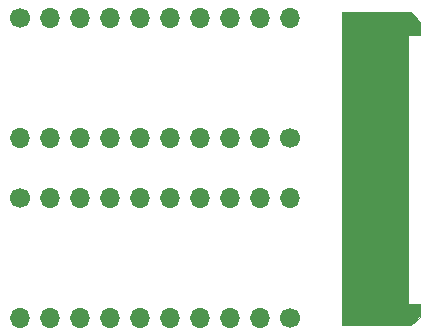
<source format=gbs>
G04 #@! TF.GenerationSoftware,KiCad,Pcbnew,5.1.10-88a1d61d58~88~ubuntu20.10.1*
G04 #@! TF.CreationDate,2021-05-13T20:14:57+02:00*
G04 #@! TF.ProjectId,Breakout-Cartridge,42726561-6b6f-4757-942d-436172747269,1.0*
G04 #@! TF.SameCoordinates,Original*
G04 #@! TF.FileFunction,Soldermask,Bot*
G04 #@! TF.FilePolarity,Negative*
%FSLAX46Y46*%
G04 Gerber Fmt 4.6, Leading zero omitted, Abs format (unit mm)*
G04 Created by KiCad (PCBNEW 5.1.10-88a1d61d58~88~ubuntu20.10.1) date 2021-05-13 20:14:57*
%MOMM*%
%LPD*%
G01*
G04 APERTURE LIST*
%ADD10C,0.050000*%
%ADD11O,1.700000X1.700000*%
%ADD12C,1.700000*%
%ADD13R,5.600000X0.800000*%
%ADD14R,6.600000X0.800000*%
G04 APERTURE END LIST*
D10*
G36*
X117444000Y-80388000D02*
G01*
X123244000Y-80388000D01*
X124044000Y-79688000D01*
X124044000Y-78588000D01*
X123044000Y-78588000D01*
X123044000Y-55788000D01*
X124044000Y-55788000D01*
X124044000Y-54688000D01*
X123244000Y-53888000D01*
X117444000Y-53888000D01*
X117444000Y-80388000D01*
G37*
X117444000Y-80388000D02*
X123244000Y-80388000D01*
X124044000Y-79688000D01*
X124044000Y-78588000D01*
X123044000Y-78588000D01*
X123044000Y-55788000D01*
X124044000Y-55788000D01*
X124044000Y-54688000D01*
X123244000Y-53888000D01*
X117444000Y-53888000D01*
X117444000Y-80388000D01*
D11*
X113040000Y-54380000D03*
X110500000Y-54380000D03*
X107960000Y-54380000D03*
X105420000Y-54380000D03*
X102880000Y-54380000D03*
X100340000Y-54380000D03*
X97800000Y-54380000D03*
X95260000Y-54380000D03*
X92720000Y-54380000D03*
D12*
X90180000Y-54380000D03*
D11*
X90180000Y-79780000D03*
X92720000Y-79780000D03*
X95260000Y-79780000D03*
X97800000Y-79780000D03*
X100340000Y-79780000D03*
X102880000Y-79780000D03*
X105420000Y-79780000D03*
X107960000Y-79780000D03*
X110500000Y-79780000D03*
D12*
X113040000Y-79780000D03*
D13*
X120244000Y-58908000D03*
X120244000Y-60178000D03*
X120244000Y-61458000D03*
X120244000Y-62728000D03*
X120244000Y-64008000D03*
X120244000Y-65278000D03*
X120244000Y-66548000D03*
X120244000Y-67828000D03*
X120244000Y-69098000D03*
X120244000Y-70368000D03*
X120244000Y-71648000D03*
X120244000Y-72918000D03*
X120244000Y-74198000D03*
X120244000Y-75468000D03*
X120244000Y-76738000D03*
X120244000Y-78008000D03*
D14*
X120744000Y-79288000D03*
X120744000Y-55088000D03*
D13*
X120244000Y-57638000D03*
X120244000Y-56358000D03*
D12*
X90180000Y-69620000D03*
D11*
X92720000Y-69620000D03*
X95260000Y-69620000D03*
X97800000Y-69620000D03*
X100340000Y-69620000D03*
X102880000Y-69620000D03*
X105420000Y-69620000D03*
X107960000Y-69620000D03*
X110500000Y-69620000D03*
X113040000Y-69620000D03*
X90180000Y-64540000D03*
X92720000Y-64540000D03*
X95260000Y-64540000D03*
X97800000Y-64540000D03*
X100340000Y-64540000D03*
X102880000Y-64540000D03*
X105420000Y-64540000D03*
X107960000Y-64540000D03*
X110500000Y-64540000D03*
D12*
X113040000Y-64540000D03*
M02*

</source>
